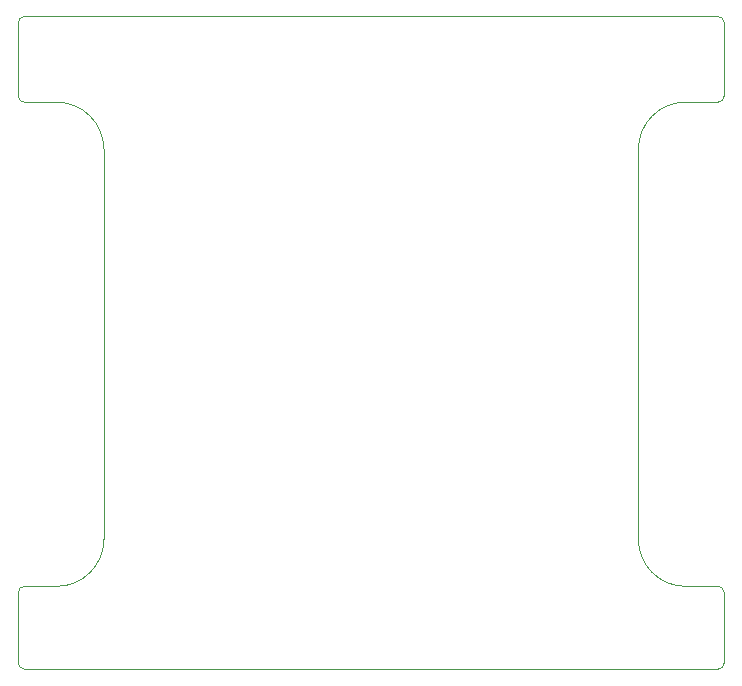
<source format=gbr>
%TF.GenerationSoftware,KiCad,Pcbnew,(6.0.6)*%
%TF.CreationDate,2022-10-17T00:58:35+02:00*%
%TF.ProjectId,Spanner,5370616e-6e65-4722-9e6b-696361645f70,rev?*%
%TF.SameCoordinates,Original*%
%TF.FileFunction,Profile,NP*%
%FSLAX46Y46*%
G04 Gerber Fmt 4.6, Leading zero omitted, Abs format (unit mm)*
G04 Created by KiCad (PCBNEW (6.0.6)) date 2022-10-17 00:58:35*
%MOMM*%
%LPD*%
G01*
G04 APERTURE LIST*
%TA.AperFunction,Profile*%
%ADD10C,0.100000*%
%TD*%
G04 APERTURE END LIST*
D10*
X132000000Y-84250000D02*
X129250000Y-84250000D01*
X80000000Y-88250000D02*
G75*
G03*
X76000000Y-84250000I-4000000J0D01*
G01*
X73250000Y-125250000D02*
X76000000Y-125250000D01*
X132000000Y-132250000D02*
G75*
G03*
X132500000Y-131750000I0J500000D01*
G01*
X132500000Y-131750000D02*
X132500000Y-125750000D01*
X132500000Y-77500000D02*
G75*
G03*
X132000000Y-77000000I-500000J0D01*
G01*
X72750000Y-131750000D02*
G75*
G03*
X73250000Y-132250000I500000J0D01*
G01*
X125250000Y-132250000D02*
X132000000Y-132250000D01*
X72750000Y-131750000D02*
X72750000Y-125750000D01*
X125250000Y-121250000D02*
X125250000Y-88250000D01*
X132000000Y-125250000D02*
X129250000Y-125250000D01*
X132500000Y-125750000D02*
G75*
G03*
X132000000Y-125250000I-500000J0D01*
G01*
X72750000Y-83750000D02*
G75*
G03*
X73250000Y-84250000I500000J0D01*
G01*
X125250000Y-77000000D02*
X132000000Y-77000000D01*
X132500000Y-77500000D02*
X132500000Y-83750000D01*
X132000000Y-84250000D02*
G75*
G03*
X132500000Y-83750000I0J500000D01*
G01*
X73250000Y-84250000D02*
X76000000Y-84250000D01*
X72750000Y-77500000D02*
X72750000Y-83750000D01*
X80000000Y-77000000D02*
X73250000Y-77000000D01*
X80000000Y-132250000D02*
X125250000Y-132250000D01*
X80000000Y-88250000D02*
X80000000Y-121250000D01*
X73250000Y-125250000D02*
G75*
G03*
X72750000Y-125750000I0J-500000D01*
G01*
X76000000Y-125250000D02*
G75*
G03*
X80000000Y-121250000I0J4000000D01*
G01*
X125250000Y-77000000D02*
X80000000Y-77000000D01*
X125250000Y-121250000D02*
G75*
G03*
X129250000Y-125250000I4000000J0D01*
G01*
X80000000Y-132250000D02*
X73250000Y-132250000D01*
X129250000Y-84250000D02*
G75*
G03*
X125250000Y-88250000I0J-4000000D01*
G01*
X73250000Y-77000000D02*
G75*
G03*
X72750000Y-77500000I0J-500000D01*
G01*
M02*

</source>
